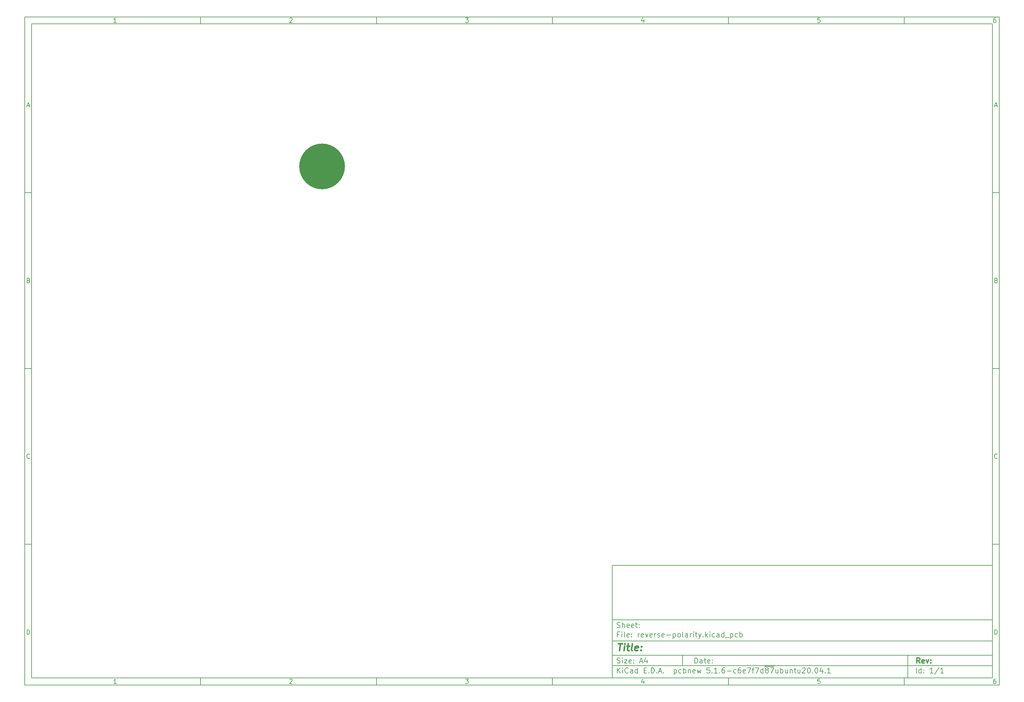
<source format=gbr>
G04 #@! TF.GenerationSoftware,KiCad,Pcbnew,5.1.6-c6e7f7d~87~ubuntu20.04.1*
G04 #@! TF.CreationDate,2020-08-16T01:07:54+02:00*
G04 #@! TF.ProjectId,reverse-polarity,72657665-7273-4652-9d70-6f6c61726974,rev?*
G04 #@! TF.SameCoordinates,Original*
G04 #@! TF.FileFunction,Paste,Bot*
G04 #@! TF.FilePolarity,Positive*
%FSLAX45Y45*%
G04 Gerber Fmt 4.5, Leading zero omitted, Abs format (unit mm)*
G04 Created by KiCad (PCBNEW 5.1.6-c6e7f7d~87~ubuntu20.04.1) date 2020-08-16 01:07:54*
%MOMM*%
%LPD*%
G01*
G04 APERTURE LIST*
%ADD10C,0.100000*%
%ADD11C,0.150000*%
%ADD12C,0.300000*%
%ADD13C,0.400000*%
%ADD14C,13.000000*%
G04 APERTURE END LIST*
D10*
D11*
X17700220Y-16600720D02*
X17700220Y-19800720D01*
X28500220Y-19800720D01*
X28500220Y-16600720D01*
X17700220Y-16600720D01*
D10*
D11*
X1000000Y-1000000D02*
X1000000Y-20000720D01*
X28700220Y-20000720D01*
X28700220Y-1000000D01*
X1000000Y-1000000D01*
D10*
D11*
X1200000Y-1200000D02*
X1200000Y-19800720D01*
X28500220Y-19800720D01*
X28500220Y-1200000D01*
X1200000Y-1200000D01*
D10*
D11*
X6000000Y-1200000D02*
X6000000Y-1000000D01*
D10*
D11*
X11000000Y-1200000D02*
X11000000Y-1000000D01*
D10*
D11*
X16000000Y-1200000D02*
X16000000Y-1000000D01*
D10*
D11*
X21000000Y-1200000D02*
X21000000Y-1000000D01*
D10*
D11*
X26000000Y-1200000D02*
X26000000Y-1000000D01*
D10*
D11*
X3606548Y-1158810D02*
X3532262Y-1158810D01*
X3569405Y-1158810D02*
X3569405Y-1028809D01*
X3557024Y-1047381D01*
X3544643Y-1059762D01*
X3532262Y-1065952D01*
D10*
D11*
X8532262Y-1041190D02*
X8538452Y-1035000D01*
X8550833Y-1028809D01*
X8581786Y-1028809D01*
X8594167Y-1035000D01*
X8600357Y-1041190D01*
X8606548Y-1053571D01*
X8606548Y-1065952D01*
X8600357Y-1084524D01*
X8526071Y-1158810D01*
X8606548Y-1158810D01*
D10*
D11*
X13526071Y-1028809D02*
X13606548Y-1028809D01*
X13563214Y-1078333D01*
X13581786Y-1078333D01*
X13594167Y-1084524D01*
X13600357Y-1090714D01*
X13606548Y-1103095D01*
X13606548Y-1134048D01*
X13600357Y-1146429D01*
X13594167Y-1152619D01*
X13581786Y-1158810D01*
X13544643Y-1158810D01*
X13532262Y-1152619D01*
X13526071Y-1146429D01*
D10*
D11*
X18594167Y-1072143D02*
X18594167Y-1158810D01*
X18563214Y-1022619D02*
X18532262Y-1115476D01*
X18612738Y-1115476D01*
D10*
D11*
X23600357Y-1028809D02*
X23538452Y-1028809D01*
X23532262Y-1090714D01*
X23538452Y-1084524D01*
X23550833Y-1078333D01*
X23581786Y-1078333D01*
X23594167Y-1084524D01*
X23600357Y-1090714D01*
X23606548Y-1103095D01*
X23606548Y-1134048D01*
X23600357Y-1146429D01*
X23594167Y-1152619D01*
X23581786Y-1158810D01*
X23550833Y-1158810D01*
X23538452Y-1152619D01*
X23532262Y-1146429D01*
D10*
D11*
X28594167Y-1028809D02*
X28569405Y-1028809D01*
X28557024Y-1035000D01*
X28550833Y-1041190D01*
X28538452Y-1059762D01*
X28532262Y-1084524D01*
X28532262Y-1134048D01*
X28538452Y-1146429D01*
X28544643Y-1152619D01*
X28557024Y-1158810D01*
X28581786Y-1158810D01*
X28594167Y-1152619D01*
X28600357Y-1146429D01*
X28606548Y-1134048D01*
X28606548Y-1103095D01*
X28600357Y-1090714D01*
X28594167Y-1084524D01*
X28581786Y-1078333D01*
X28557024Y-1078333D01*
X28544643Y-1084524D01*
X28538452Y-1090714D01*
X28532262Y-1103095D01*
D10*
D11*
X6000000Y-19800720D02*
X6000000Y-20000720D01*
D10*
D11*
X11000000Y-19800720D02*
X11000000Y-20000720D01*
D10*
D11*
X16000000Y-19800720D02*
X16000000Y-20000720D01*
D10*
D11*
X21000000Y-19800720D02*
X21000000Y-20000720D01*
D10*
D11*
X26000000Y-19800720D02*
X26000000Y-20000720D01*
D10*
D11*
X3606548Y-19959530D02*
X3532262Y-19959530D01*
X3569405Y-19959530D02*
X3569405Y-19829530D01*
X3557024Y-19848101D01*
X3544643Y-19860482D01*
X3532262Y-19866672D01*
D10*
D11*
X8532262Y-19841910D02*
X8538452Y-19835720D01*
X8550833Y-19829530D01*
X8581786Y-19829530D01*
X8594167Y-19835720D01*
X8600357Y-19841910D01*
X8606548Y-19854291D01*
X8606548Y-19866672D01*
X8600357Y-19885244D01*
X8526071Y-19959530D01*
X8606548Y-19959530D01*
D10*
D11*
X13526071Y-19829530D02*
X13606548Y-19829530D01*
X13563214Y-19879053D01*
X13581786Y-19879053D01*
X13594167Y-19885244D01*
X13600357Y-19891434D01*
X13606548Y-19903815D01*
X13606548Y-19934768D01*
X13600357Y-19947149D01*
X13594167Y-19953339D01*
X13581786Y-19959530D01*
X13544643Y-19959530D01*
X13532262Y-19953339D01*
X13526071Y-19947149D01*
D10*
D11*
X18594167Y-19872863D02*
X18594167Y-19959530D01*
X18563214Y-19823339D02*
X18532262Y-19916196D01*
X18612738Y-19916196D01*
D10*
D11*
X23600357Y-19829530D02*
X23538452Y-19829530D01*
X23532262Y-19891434D01*
X23538452Y-19885244D01*
X23550833Y-19879053D01*
X23581786Y-19879053D01*
X23594167Y-19885244D01*
X23600357Y-19891434D01*
X23606548Y-19903815D01*
X23606548Y-19934768D01*
X23600357Y-19947149D01*
X23594167Y-19953339D01*
X23581786Y-19959530D01*
X23550833Y-19959530D01*
X23538452Y-19953339D01*
X23532262Y-19947149D01*
D10*
D11*
X28594167Y-19829530D02*
X28569405Y-19829530D01*
X28557024Y-19835720D01*
X28550833Y-19841910D01*
X28538452Y-19860482D01*
X28532262Y-19885244D01*
X28532262Y-19934768D01*
X28538452Y-19947149D01*
X28544643Y-19953339D01*
X28557024Y-19959530D01*
X28581786Y-19959530D01*
X28594167Y-19953339D01*
X28600357Y-19947149D01*
X28606548Y-19934768D01*
X28606548Y-19903815D01*
X28600357Y-19891434D01*
X28594167Y-19885244D01*
X28581786Y-19879053D01*
X28557024Y-19879053D01*
X28544643Y-19885244D01*
X28538452Y-19891434D01*
X28532262Y-19903815D01*
D10*
D11*
X1000000Y-6000000D02*
X1200000Y-6000000D01*
D10*
D11*
X1000000Y-11000000D02*
X1200000Y-11000000D01*
D10*
D11*
X1000000Y-16000000D02*
X1200000Y-16000000D01*
D10*
D11*
X1069048Y-3521667D02*
X1130952Y-3521667D01*
X1056667Y-3558809D02*
X1100000Y-3428809D01*
X1143333Y-3558809D01*
D10*
D11*
X1109286Y-8490714D02*
X1127857Y-8496905D01*
X1134048Y-8503095D01*
X1140238Y-8515476D01*
X1140238Y-8534048D01*
X1134048Y-8546429D01*
X1127857Y-8552619D01*
X1115476Y-8558810D01*
X1065952Y-8558810D01*
X1065952Y-8428810D01*
X1109286Y-8428810D01*
X1121667Y-8435000D01*
X1127857Y-8441190D01*
X1134048Y-8453571D01*
X1134048Y-8465952D01*
X1127857Y-8478333D01*
X1121667Y-8484524D01*
X1109286Y-8490714D01*
X1065952Y-8490714D01*
D10*
D11*
X1140238Y-13546428D02*
X1134048Y-13552619D01*
X1115476Y-13558809D01*
X1103095Y-13558809D01*
X1084524Y-13552619D01*
X1072143Y-13540238D01*
X1065952Y-13527857D01*
X1059762Y-13503095D01*
X1059762Y-13484524D01*
X1065952Y-13459762D01*
X1072143Y-13447381D01*
X1084524Y-13435000D01*
X1103095Y-13428809D01*
X1115476Y-13428809D01*
X1134048Y-13435000D01*
X1140238Y-13441190D01*
D10*
D11*
X1065952Y-18558810D02*
X1065952Y-18428810D01*
X1096905Y-18428810D01*
X1115476Y-18435000D01*
X1127857Y-18447381D01*
X1134048Y-18459762D01*
X1140238Y-18484524D01*
X1140238Y-18503095D01*
X1134048Y-18527857D01*
X1127857Y-18540238D01*
X1115476Y-18552619D01*
X1096905Y-18558810D01*
X1065952Y-18558810D01*
D10*
D11*
X28700220Y-6000000D02*
X28500220Y-6000000D01*
D10*
D11*
X28700220Y-11000000D02*
X28500220Y-11000000D01*
D10*
D11*
X28700220Y-16000000D02*
X28500220Y-16000000D01*
D10*
D11*
X28569268Y-3521667D02*
X28631172Y-3521667D01*
X28556887Y-3558809D02*
X28600220Y-3428809D01*
X28643553Y-3558809D01*
D10*
D11*
X28609506Y-8490714D02*
X28628077Y-8496905D01*
X28634268Y-8503095D01*
X28640458Y-8515476D01*
X28640458Y-8534048D01*
X28634268Y-8546429D01*
X28628077Y-8552619D01*
X28615696Y-8558810D01*
X28566172Y-8558810D01*
X28566172Y-8428810D01*
X28609506Y-8428810D01*
X28621887Y-8435000D01*
X28628077Y-8441190D01*
X28634268Y-8453571D01*
X28634268Y-8465952D01*
X28628077Y-8478333D01*
X28621887Y-8484524D01*
X28609506Y-8490714D01*
X28566172Y-8490714D01*
D10*
D11*
X28640458Y-13546428D02*
X28634268Y-13552619D01*
X28615696Y-13558809D01*
X28603315Y-13558809D01*
X28584744Y-13552619D01*
X28572363Y-13540238D01*
X28566172Y-13527857D01*
X28559982Y-13503095D01*
X28559982Y-13484524D01*
X28566172Y-13459762D01*
X28572363Y-13447381D01*
X28584744Y-13435000D01*
X28603315Y-13428809D01*
X28615696Y-13428809D01*
X28634268Y-13435000D01*
X28640458Y-13441190D01*
D10*
D11*
X28566172Y-18558810D02*
X28566172Y-18428810D01*
X28597125Y-18428810D01*
X28615696Y-18435000D01*
X28628077Y-18447381D01*
X28634268Y-18459762D01*
X28640458Y-18484524D01*
X28640458Y-18503095D01*
X28634268Y-18527857D01*
X28628077Y-18540238D01*
X28615696Y-18552619D01*
X28597125Y-18558810D01*
X28566172Y-18558810D01*
D10*
D11*
X20043434Y-19378577D02*
X20043434Y-19228577D01*
X20079149Y-19228577D01*
X20100577Y-19235720D01*
X20114863Y-19250006D01*
X20122006Y-19264291D01*
X20129149Y-19292863D01*
X20129149Y-19314291D01*
X20122006Y-19342863D01*
X20114863Y-19357149D01*
X20100577Y-19371434D01*
X20079149Y-19378577D01*
X20043434Y-19378577D01*
X20257720Y-19378577D02*
X20257720Y-19300006D01*
X20250577Y-19285720D01*
X20236291Y-19278577D01*
X20207720Y-19278577D01*
X20193434Y-19285720D01*
X20257720Y-19371434D02*
X20243434Y-19378577D01*
X20207720Y-19378577D01*
X20193434Y-19371434D01*
X20186291Y-19357149D01*
X20186291Y-19342863D01*
X20193434Y-19328577D01*
X20207720Y-19321434D01*
X20243434Y-19321434D01*
X20257720Y-19314291D01*
X20307720Y-19278577D02*
X20364863Y-19278577D01*
X20329149Y-19228577D02*
X20329149Y-19357149D01*
X20336291Y-19371434D01*
X20350577Y-19378577D01*
X20364863Y-19378577D01*
X20472006Y-19371434D02*
X20457720Y-19378577D01*
X20429149Y-19378577D01*
X20414863Y-19371434D01*
X20407720Y-19357149D01*
X20407720Y-19300006D01*
X20414863Y-19285720D01*
X20429149Y-19278577D01*
X20457720Y-19278577D01*
X20472006Y-19285720D01*
X20479149Y-19300006D01*
X20479149Y-19314291D01*
X20407720Y-19328577D01*
X20543434Y-19364291D02*
X20550577Y-19371434D01*
X20543434Y-19378577D01*
X20536291Y-19371434D01*
X20543434Y-19364291D01*
X20543434Y-19378577D01*
X20543434Y-19285720D02*
X20550577Y-19292863D01*
X20543434Y-19300006D01*
X20536291Y-19292863D01*
X20543434Y-19285720D01*
X20543434Y-19300006D01*
D10*
D11*
X17700220Y-19450720D02*
X28500220Y-19450720D01*
D10*
D11*
X17843434Y-19658577D02*
X17843434Y-19508577D01*
X17929149Y-19658577D02*
X17864863Y-19572863D01*
X17929149Y-19508577D02*
X17843434Y-19594291D01*
X17993434Y-19658577D02*
X17993434Y-19558577D01*
X17993434Y-19508577D02*
X17986291Y-19515720D01*
X17993434Y-19522863D01*
X18000577Y-19515720D01*
X17993434Y-19508577D01*
X17993434Y-19522863D01*
X18150577Y-19644291D02*
X18143434Y-19651434D01*
X18122006Y-19658577D01*
X18107720Y-19658577D01*
X18086291Y-19651434D01*
X18072006Y-19637149D01*
X18064863Y-19622863D01*
X18057720Y-19594291D01*
X18057720Y-19572863D01*
X18064863Y-19544291D01*
X18072006Y-19530006D01*
X18086291Y-19515720D01*
X18107720Y-19508577D01*
X18122006Y-19508577D01*
X18143434Y-19515720D01*
X18150577Y-19522863D01*
X18279149Y-19658577D02*
X18279149Y-19580006D01*
X18272006Y-19565720D01*
X18257720Y-19558577D01*
X18229149Y-19558577D01*
X18214863Y-19565720D01*
X18279149Y-19651434D02*
X18264863Y-19658577D01*
X18229149Y-19658577D01*
X18214863Y-19651434D01*
X18207720Y-19637149D01*
X18207720Y-19622863D01*
X18214863Y-19608577D01*
X18229149Y-19601434D01*
X18264863Y-19601434D01*
X18279149Y-19594291D01*
X18414863Y-19658577D02*
X18414863Y-19508577D01*
X18414863Y-19651434D02*
X18400577Y-19658577D01*
X18372006Y-19658577D01*
X18357720Y-19651434D01*
X18350577Y-19644291D01*
X18343434Y-19630006D01*
X18343434Y-19587149D01*
X18350577Y-19572863D01*
X18357720Y-19565720D01*
X18372006Y-19558577D01*
X18400577Y-19558577D01*
X18414863Y-19565720D01*
X18600577Y-19580006D02*
X18650577Y-19580006D01*
X18672006Y-19658577D02*
X18600577Y-19658577D01*
X18600577Y-19508577D01*
X18672006Y-19508577D01*
X18736291Y-19644291D02*
X18743434Y-19651434D01*
X18736291Y-19658577D01*
X18729149Y-19651434D01*
X18736291Y-19644291D01*
X18736291Y-19658577D01*
X18807720Y-19658577D02*
X18807720Y-19508577D01*
X18843434Y-19508577D01*
X18864863Y-19515720D01*
X18879149Y-19530006D01*
X18886291Y-19544291D01*
X18893434Y-19572863D01*
X18893434Y-19594291D01*
X18886291Y-19622863D01*
X18879149Y-19637149D01*
X18864863Y-19651434D01*
X18843434Y-19658577D01*
X18807720Y-19658577D01*
X18957720Y-19644291D02*
X18964863Y-19651434D01*
X18957720Y-19658577D01*
X18950577Y-19651434D01*
X18957720Y-19644291D01*
X18957720Y-19658577D01*
X19022006Y-19615720D02*
X19093434Y-19615720D01*
X19007720Y-19658577D02*
X19057720Y-19508577D01*
X19107720Y-19658577D01*
X19157720Y-19644291D02*
X19164863Y-19651434D01*
X19157720Y-19658577D01*
X19150577Y-19651434D01*
X19157720Y-19644291D01*
X19157720Y-19658577D01*
X19457720Y-19558577D02*
X19457720Y-19708577D01*
X19457720Y-19565720D02*
X19472006Y-19558577D01*
X19500577Y-19558577D01*
X19514863Y-19565720D01*
X19522006Y-19572863D01*
X19529149Y-19587149D01*
X19529149Y-19630006D01*
X19522006Y-19644291D01*
X19514863Y-19651434D01*
X19500577Y-19658577D01*
X19472006Y-19658577D01*
X19457720Y-19651434D01*
X19657720Y-19651434D02*
X19643434Y-19658577D01*
X19614863Y-19658577D01*
X19600577Y-19651434D01*
X19593434Y-19644291D01*
X19586291Y-19630006D01*
X19586291Y-19587149D01*
X19593434Y-19572863D01*
X19600577Y-19565720D01*
X19614863Y-19558577D01*
X19643434Y-19558577D01*
X19657720Y-19565720D01*
X19722006Y-19658577D02*
X19722006Y-19508577D01*
X19722006Y-19565720D02*
X19736291Y-19558577D01*
X19764863Y-19558577D01*
X19779149Y-19565720D01*
X19786291Y-19572863D01*
X19793434Y-19587149D01*
X19793434Y-19630006D01*
X19786291Y-19644291D01*
X19779149Y-19651434D01*
X19764863Y-19658577D01*
X19736291Y-19658577D01*
X19722006Y-19651434D01*
X19857720Y-19558577D02*
X19857720Y-19658577D01*
X19857720Y-19572863D02*
X19864863Y-19565720D01*
X19879149Y-19558577D01*
X19900577Y-19558577D01*
X19914863Y-19565720D01*
X19922006Y-19580006D01*
X19922006Y-19658577D01*
X20050577Y-19651434D02*
X20036291Y-19658577D01*
X20007720Y-19658577D01*
X19993434Y-19651434D01*
X19986291Y-19637149D01*
X19986291Y-19580006D01*
X19993434Y-19565720D01*
X20007720Y-19558577D01*
X20036291Y-19558577D01*
X20050577Y-19565720D01*
X20057720Y-19580006D01*
X20057720Y-19594291D01*
X19986291Y-19608577D01*
X20107720Y-19558577D02*
X20136291Y-19658577D01*
X20164863Y-19587149D01*
X20193434Y-19658577D01*
X20222006Y-19558577D01*
X20464863Y-19508577D02*
X20393434Y-19508577D01*
X20386291Y-19580006D01*
X20393434Y-19572863D01*
X20407720Y-19565720D01*
X20443434Y-19565720D01*
X20457720Y-19572863D01*
X20464863Y-19580006D01*
X20472006Y-19594291D01*
X20472006Y-19630006D01*
X20464863Y-19644291D01*
X20457720Y-19651434D01*
X20443434Y-19658577D01*
X20407720Y-19658577D01*
X20393434Y-19651434D01*
X20386291Y-19644291D01*
X20536291Y-19644291D02*
X20543434Y-19651434D01*
X20536291Y-19658577D01*
X20529149Y-19651434D01*
X20536291Y-19644291D01*
X20536291Y-19658577D01*
X20686291Y-19658577D02*
X20600577Y-19658577D01*
X20643434Y-19658577D02*
X20643434Y-19508577D01*
X20629149Y-19530006D01*
X20614863Y-19544291D01*
X20600577Y-19551434D01*
X20750577Y-19644291D02*
X20757720Y-19651434D01*
X20750577Y-19658577D01*
X20743434Y-19651434D01*
X20750577Y-19644291D01*
X20750577Y-19658577D01*
X20886291Y-19508577D02*
X20857720Y-19508577D01*
X20843434Y-19515720D01*
X20836291Y-19522863D01*
X20822006Y-19544291D01*
X20814863Y-19572863D01*
X20814863Y-19630006D01*
X20822006Y-19644291D01*
X20829149Y-19651434D01*
X20843434Y-19658577D01*
X20872006Y-19658577D01*
X20886291Y-19651434D01*
X20893434Y-19644291D01*
X20900577Y-19630006D01*
X20900577Y-19594291D01*
X20893434Y-19580006D01*
X20886291Y-19572863D01*
X20872006Y-19565720D01*
X20843434Y-19565720D01*
X20829149Y-19572863D01*
X20822006Y-19580006D01*
X20814863Y-19594291D01*
X20964863Y-19601434D02*
X21079149Y-19601434D01*
X21214863Y-19651434D02*
X21200577Y-19658577D01*
X21172006Y-19658577D01*
X21157720Y-19651434D01*
X21150577Y-19644291D01*
X21143434Y-19630006D01*
X21143434Y-19587149D01*
X21150577Y-19572863D01*
X21157720Y-19565720D01*
X21172006Y-19558577D01*
X21200577Y-19558577D01*
X21214863Y-19565720D01*
X21343434Y-19508577D02*
X21314863Y-19508577D01*
X21300577Y-19515720D01*
X21293434Y-19522863D01*
X21279149Y-19544291D01*
X21272006Y-19572863D01*
X21272006Y-19630006D01*
X21279149Y-19644291D01*
X21286291Y-19651434D01*
X21300577Y-19658577D01*
X21329149Y-19658577D01*
X21343434Y-19651434D01*
X21350577Y-19644291D01*
X21357720Y-19630006D01*
X21357720Y-19594291D01*
X21350577Y-19580006D01*
X21343434Y-19572863D01*
X21329149Y-19565720D01*
X21300577Y-19565720D01*
X21286291Y-19572863D01*
X21279149Y-19580006D01*
X21272006Y-19594291D01*
X21479149Y-19651434D02*
X21464863Y-19658577D01*
X21436291Y-19658577D01*
X21422006Y-19651434D01*
X21414863Y-19637149D01*
X21414863Y-19580006D01*
X21422006Y-19565720D01*
X21436291Y-19558577D01*
X21464863Y-19558577D01*
X21479149Y-19565720D01*
X21486291Y-19580006D01*
X21486291Y-19594291D01*
X21414863Y-19608577D01*
X21536291Y-19508577D02*
X21636291Y-19508577D01*
X21572006Y-19658577D01*
X21672006Y-19558577D02*
X21729149Y-19558577D01*
X21693434Y-19658577D02*
X21693434Y-19530006D01*
X21700577Y-19515720D01*
X21714863Y-19508577D01*
X21729149Y-19508577D01*
X21764863Y-19508577D02*
X21864863Y-19508577D01*
X21800577Y-19658577D01*
X21986291Y-19658577D02*
X21986291Y-19508577D01*
X21986291Y-19651434D02*
X21972006Y-19658577D01*
X21943434Y-19658577D01*
X21929149Y-19651434D01*
X21922006Y-19644291D01*
X21914863Y-19630006D01*
X21914863Y-19587149D01*
X21922006Y-19572863D01*
X21929149Y-19565720D01*
X21943434Y-19558577D01*
X21972006Y-19558577D01*
X21986291Y-19565720D01*
X22022006Y-19467720D02*
X22164863Y-19467720D01*
X22079149Y-19572863D02*
X22064863Y-19565720D01*
X22057720Y-19558577D01*
X22050577Y-19544291D01*
X22050577Y-19537149D01*
X22057720Y-19522863D01*
X22064863Y-19515720D01*
X22079149Y-19508577D01*
X22107720Y-19508577D01*
X22122006Y-19515720D01*
X22129149Y-19522863D01*
X22136291Y-19537149D01*
X22136291Y-19544291D01*
X22129149Y-19558577D01*
X22122006Y-19565720D01*
X22107720Y-19572863D01*
X22079149Y-19572863D01*
X22064863Y-19580006D01*
X22057720Y-19587149D01*
X22050577Y-19601434D01*
X22050577Y-19630006D01*
X22057720Y-19644291D01*
X22064863Y-19651434D01*
X22079149Y-19658577D01*
X22107720Y-19658577D01*
X22122006Y-19651434D01*
X22129149Y-19644291D01*
X22136291Y-19630006D01*
X22136291Y-19601434D01*
X22129149Y-19587149D01*
X22122006Y-19580006D01*
X22107720Y-19572863D01*
X22164863Y-19467720D02*
X22307720Y-19467720D01*
X22186291Y-19508577D02*
X22286291Y-19508577D01*
X22222006Y-19658577D01*
X22407720Y-19558577D02*
X22407720Y-19658577D01*
X22343434Y-19558577D02*
X22343434Y-19637149D01*
X22350577Y-19651434D01*
X22364863Y-19658577D01*
X22386291Y-19658577D01*
X22400577Y-19651434D01*
X22407720Y-19644291D01*
X22479148Y-19658577D02*
X22479148Y-19508577D01*
X22479148Y-19565720D02*
X22493434Y-19558577D01*
X22522006Y-19558577D01*
X22536291Y-19565720D01*
X22543434Y-19572863D01*
X22550577Y-19587149D01*
X22550577Y-19630006D01*
X22543434Y-19644291D01*
X22536291Y-19651434D01*
X22522006Y-19658577D01*
X22493434Y-19658577D01*
X22479148Y-19651434D01*
X22679148Y-19558577D02*
X22679148Y-19658577D01*
X22614863Y-19558577D02*
X22614863Y-19637149D01*
X22622006Y-19651434D01*
X22636291Y-19658577D01*
X22657720Y-19658577D01*
X22672006Y-19651434D01*
X22679148Y-19644291D01*
X22750577Y-19558577D02*
X22750577Y-19658577D01*
X22750577Y-19572863D02*
X22757720Y-19565720D01*
X22772006Y-19558577D01*
X22793434Y-19558577D01*
X22807720Y-19565720D01*
X22814863Y-19580006D01*
X22814863Y-19658577D01*
X22864863Y-19558577D02*
X22922006Y-19558577D01*
X22886291Y-19508577D02*
X22886291Y-19637149D01*
X22893434Y-19651434D01*
X22907720Y-19658577D01*
X22922006Y-19658577D01*
X23036291Y-19558577D02*
X23036291Y-19658577D01*
X22972006Y-19558577D02*
X22972006Y-19637149D01*
X22979148Y-19651434D01*
X22993434Y-19658577D01*
X23014863Y-19658577D01*
X23029148Y-19651434D01*
X23036291Y-19644291D01*
X23100577Y-19522863D02*
X23107720Y-19515720D01*
X23122006Y-19508577D01*
X23157720Y-19508577D01*
X23172006Y-19515720D01*
X23179148Y-19522863D01*
X23186291Y-19537149D01*
X23186291Y-19551434D01*
X23179148Y-19572863D01*
X23093434Y-19658577D01*
X23186291Y-19658577D01*
X23279148Y-19508577D02*
X23293434Y-19508577D01*
X23307720Y-19515720D01*
X23314863Y-19522863D01*
X23322006Y-19537149D01*
X23329148Y-19565720D01*
X23329148Y-19601434D01*
X23322006Y-19630006D01*
X23314863Y-19644291D01*
X23307720Y-19651434D01*
X23293434Y-19658577D01*
X23279148Y-19658577D01*
X23264863Y-19651434D01*
X23257720Y-19644291D01*
X23250577Y-19630006D01*
X23243434Y-19601434D01*
X23243434Y-19565720D01*
X23250577Y-19537149D01*
X23257720Y-19522863D01*
X23264863Y-19515720D01*
X23279148Y-19508577D01*
X23393434Y-19644291D02*
X23400577Y-19651434D01*
X23393434Y-19658577D01*
X23386291Y-19651434D01*
X23393434Y-19644291D01*
X23393434Y-19658577D01*
X23493434Y-19508577D02*
X23507720Y-19508577D01*
X23522006Y-19515720D01*
X23529148Y-19522863D01*
X23536291Y-19537149D01*
X23543434Y-19565720D01*
X23543434Y-19601434D01*
X23536291Y-19630006D01*
X23529148Y-19644291D01*
X23522006Y-19651434D01*
X23507720Y-19658577D01*
X23493434Y-19658577D01*
X23479148Y-19651434D01*
X23472006Y-19644291D01*
X23464863Y-19630006D01*
X23457720Y-19601434D01*
X23457720Y-19565720D01*
X23464863Y-19537149D01*
X23472006Y-19522863D01*
X23479148Y-19515720D01*
X23493434Y-19508577D01*
X23672006Y-19558577D02*
X23672006Y-19658577D01*
X23636291Y-19501434D02*
X23600577Y-19608577D01*
X23693434Y-19608577D01*
X23750577Y-19644291D02*
X23757720Y-19651434D01*
X23750577Y-19658577D01*
X23743434Y-19651434D01*
X23750577Y-19644291D01*
X23750577Y-19658577D01*
X23900577Y-19658577D02*
X23814863Y-19658577D01*
X23857720Y-19658577D02*
X23857720Y-19508577D01*
X23843434Y-19530006D01*
X23829148Y-19544291D01*
X23814863Y-19551434D01*
D10*
D11*
X17700220Y-19150720D02*
X28500220Y-19150720D01*
D10*
D12*
X26441148Y-19378577D02*
X26391148Y-19307149D01*
X26355434Y-19378577D02*
X26355434Y-19228577D01*
X26412577Y-19228577D01*
X26426863Y-19235720D01*
X26434006Y-19242863D01*
X26441148Y-19257149D01*
X26441148Y-19278577D01*
X26434006Y-19292863D01*
X26426863Y-19300006D01*
X26412577Y-19307149D01*
X26355434Y-19307149D01*
X26562577Y-19371434D02*
X26548291Y-19378577D01*
X26519720Y-19378577D01*
X26505434Y-19371434D01*
X26498291Y-19357149D01*
X26498291Y-19300006D01*
X26505434Y-19285720D01*
X26519720Y-19278577D01*
X26548291Y-19278577D01*
X26562577Y-19285720D01*
X26569720Y-19300006D01*
X26569720Y-19314291D01*
X26498291Y-19328577D01*
X26619720Y-19278577D02*
X26655434Y-19378577D01*
X26691148Y-19278577D01*
X26748291Y-19364291D02*
X26755434Y-19371434D01*
X26748291Y-19378577D01*
X26741148Y-19371434D01*
X26748291Y-19364291D01*
X26748291Y-19378577D01*
X26748291Y-19285720D02*
X26755434Y-19292863D01*
X26748291Y-19300006D01*
X26741148Y-19292863D01*
X26748291Y-19285720D01*
X26748291Y-19300006D01*
D10*
D11*
X17836291Y-19371434D02*
X17857720Y-19378577D01*
X17893434Y-19378577D01*
X17907720Y-19371434D01*
X17914863Y-19364291D01*
X17922006Y-19350006D01*
X17922006Y-19335720D01*
X17914863Y-19321434D01*
X17907720Y-19314291D01*
X17893434Y-19307149D01*
X17864863Y-19300006D01*
X17850577Y-19292863D01*
X17843434Y-19285720D01*
X17836291Y-19271434D01*
X17836291Y-19257149D01*
X17843434Y-19242863D01*
X17850577Y-19235720D01*
X17864863Y-19228577D01*
X17900577Y-19228577D01*
X17922006Y-19235720D01*
X17986291Y-19378577D02*
X17986291Y-19278577D01*
X17986291Y-19228577D02*
X17979149Y-19235720D01*
X17986291Y-19242863D01*
X17993434Y-19235720D01*
X17986291Y-19228577D01*
X17986291Y-19242863D01*
X18043434Y-19278577D02*
X18122006Y-19278577D01*
X18043434Y-19378577D01*
X18122006Y-19378577D01*
X18236291Y-19371434D02*
X18222006Y-19378577D01*
X18193434Y-19378577D01*
X18179149Y-19371434D01*
X18172006Y-19357149D01*
X18172006Y-19300006D01*
X18179149Y-19285720D01*
X18193434Y-19278577D01*
X18222006Y-19278577D01*
X18236291Y-19285720D01*
X18243434Y-19300006D01*
X18243434Y-19314291D01*
X18172006Y-19328577D01*
X18307720Y-19364291D02*
X18314863Y-19371434D01*
X18307720Y-19378577D01*
X18300577Y-19371434D01*
X18307720Y-19364291D01*
X18307720Y-19378577D01*
X18307720Y-19285720D02*
X18314863Y-19292863D01*
X18307720Y-19300006D01*
X18300577Y-19292863D01*
X18307720Y-19285720D01*
X18307720Y-19300006D01*
X18486291Y-19335720D02*
X18557720Y-19335720D01*
X18472006Y-19378577D02*
X18522006Y-19228577D01*
X18572006Y-19378577D01*
X18686291Y-19278577D02*
X18686291Y-19378577D01*
X18650577Y-19221434D02*
X18614863Y-19328577D01*
X18707720Y-19328577D01*
D10*
D11*
X26343434Y-19658577D02*
X26343434Y-19508577D01*
X26479148Y-19658577D02*
X26479148Y-19508577D01*
X26479148Y-19651434D02*
X26464863Y-19658577D01*
X26436291Y-19658577D01*
X26422006Y-19651434D01*
X26414863Y-19644291D01*
X26407720Y-19630006D01*
X26407720Y-19587149D01*
X26414863Y-19572863D01*
X26422006Y-19565720D01*
X26436291Y-19558577D01*
X26464863Y-19558577D01*
X26479148Y-19565720D01*
X26550577Y-19644291D02*
X26557720Y-19651434D01*
X26550577Y-19658577D01*
X26543434Y-19651434D01*
X26550577Y-19644291D01*
X26550577Y-19658577D01*
X26550577Y-19565720D02*
X26557720Y-19572863D01*
X26550577Y-19580006D01*
X26543434Y-19572863D01*
X26550577Y-19565720D01*
X26550577Y-19580006D01*
X26814863Y-19658577D02*
X26729148Y-19658577D01*
X26772006Y-19658577D02*
X26772006Y-19508577D01*
X26757720Y-19530006D01*
X26743434Y-19544291D01*
X26729148Y-19551434D01*
X26986291Y-19501434D02*
X26857720Y-19694291D01*
X27114863Y-19658577D02*
X27029148Y-19658577D01*
X27072006Y-19658577D02*
X27072006Y-19508577D01*
X27057720Y-19530006D01*
X27043434Y-19544291D01*
X27029148Y-19551434D01*
D10*
D11*
X17700220Y-18750720D02*
X28500220Y-18750720D01*
D10*
D13*
X17871458Y-18821196D02*
X17985744Y-18821196D01*
X17903601Y-19021196D02*
X17928601Y-18821196D01*
X18027410Y-19021196D02*
X18044077Y-18887863D01*
X18052410Y-18821196D02*
X18041696Y-18830720D01*
X18050030Y-18840244D01*
X18060744Y-18830720D01*
X18052410Y-18821196D01*
X18050030Y-18840244D01*
X18110744Y-18887863D02*
X18186934Y-18887863D01*
X18147649Y-18821196D02*
X18126220Y-18992625D01*
X18133363Y-19011672D01*
X18151220Y-19021196D01*
X18170268Y-19021196D01*
X18265506Y-19021196D02*
X18247649Y-19011672D01*
X18240506Y-18992625D01*
X18261934Y-18821196D01*
X18419077Y-19011672D02*
X18398839Y-19021196D01*
X18360744Y-19021196D01*
X18342887Y-19011672D01*
X18335744Y-18992625D01*
X18345268Y-18916434D01*
X18357172Y-18897387D01*
X18377410Y-18887863D01*
X18415506Y-18887863D01*
X18433363Y-18897387D01*
X18440506Y-18916434D01*
X18438125Y-18935482D01*
X18340506Y-18954530D01*
X18515506Y-19002149D02*
X18523839Y-19011672D01*
X18513125Y-19021196D01*
X18504791Y-19011672D01*
X18515506Y-19002149D01*
X18513125Y-19021196D01*
X18528601Y-18897387D02*
X18536934Y-18906910D01*
X18526220Y-18916434D01*
X18517887Y-18906910D01*
X18528601Y-18897387D01*
X18526220Y-18916434D01*
D10*
D11*
X17893434Y-18560006D02*
X17843434Y-18560006D01*
X17843434Y-18638577D02*
X17843434Y-18488577D01*
X17914863Y-18488577D01*
X17972006Y-18638577D02*
X17972006Y-18538577D01*
X17972006Y-18488577D02*
X17964863Y-18495720D01*
X17972006Y-18502863D01*
X17979149Y-18495720D01*
X17972006Y-18488577D01*
X17972006Y-18502863D01*
X18064863Y-18638577D02*
X18050577Y-18631434D01*
X18043434Y-18617149D01*
X18043434Y-18488577D01*
X18179149Y-18631434D02*
X18164863Y-18638577D01*
X18136291Y-18638577D01*
X18122006Y-18631434D01*
X18114863Y-18617149D01*
X18114863Y-18560006D01*
X18122006Y-18545720D01*
X18136291Y-18538577D01*
X18164863Y-18538577D01*
X18179149Y-18545720D01*
X18186291Y-18560006D01*
X18186291Y-18574291D01*
X18114863Y-18588577D01*
X18250577Y-18624291D02*
X18257720Y-18631434D01*
X18250577Y-18638577D01*
X18243434Y-18631434D01*
X18250577Y-18624291D01*
X18250577Y-18638577D01*
X18250577Y-18545720D02*
X18257720Y-18552863D01*
X18250577Y-18560006D01*
X18243434Y-18552863D01*
X18250577Y-18545720D01*
X18250577Y-18560006D01*
X18436291Y-18638577D02*
X18436291Y-18538577D01*
X18436291Y-18567149D02*
X18443434Y-18552863D01*
X18450577Y-18545720D01*
X18464863Y-18538577D01*
X18479149Y-18538577D01*
X18586291Y-18631434D02*
X18572006Y-18638577D01*
X18543434Y-18638577D01*
X18529149Y-18631434D01*
X18522006Y-18617149D01*
X18522006Y-18560006D01*
X18529149Y-18545720D01*
X18543434Y-18538577D01*
X18572006Y-18538577D01*
X18586291Y-18545720D01*
X18593434Y-18560006D01*
X18593434Y-18574291D01*
X18522006Y-18588577D01*
X18643434Y-18538577D02*
X18679149Y-18638577D01*
X18714863Y-18538577D01*
X18829149Y-18631434D02*
X18814863Y-18638577D01*
X18786291Y-18638577D01*
X18772006Y-18631434D01*
X18764863Y-18617149D01*
X18764863Y-18560006D01*
X18772006Y-18545720D01*
X18786291Y-18538577D01*
X18814863Y-18538577D01*
X18829149Y-18545720D01*
X18836291Y-18560006D01*
X18836291Y-18574291D01*
X18764863Y-18588577D01*
X18900577Y-18638577D02*
X18900577Y-18538577D01*
X18900577Y-18567149D02*
X18907720Y-18552863D01*
X18914863Y-18545720D01*
X18929149Y-18538577D01*
X18943434Y-18538577D01*
X18986291Y-18631434D02*
X19000577Y-18638577D01*
X19029149Y-18638577D01*
X19043434Y-18631434D01*
X19050577Y-18617149D01*
X19050577Y-18610006D01*
X19043434Y-18595720D01*
X19029149Y-18588577D01*
X19007720Y-18588577D01*
X18993434Y-18581434D01*
X18986291Y-18567149D01*
X18986291Y-18560006D01*
X18993434Y-18545720D01*
X19007720Y-18538577D01*
X19029149Y-18538577D01*
X19043434Y-18545720D01*
X19172006Y-18631434D02*
X19157720Y-18638577D01*
X19129149Y-18638577D01*
X19114863Y-18631434D01*
X19107720Y-18617149D01*
X19107720Y-18560006D01*
X19114863Y-18545720D01*
X19129149Y-18538577D01*
X19157720Y-18538577D01*
X19172006Y-18545720D01*
X19179149Y-18560006D01*
X19179149Y-18574291D01*
X19107720Y-18588577D01*
X19243434Y-18581434D02*
X19357720Y-18581434D01*
X19429149Y-18538577D02*
X19429149Y-18688577D01*
X19429149Y-18545720D02*
X19443434Y-18538577D01*
X19472006Y-18538577D01*
X19486291Y-18545720D01*
X19493434Y-18552863D01*
X19500577Y-18567149D01*
X19500577Y-18610006D01*
X19493434Y-18624291D01*
X19486291Y-18631434D01*
X19472006Y-18638577D01*
X19443434Y-18638577D01*
X19429149Y-18631434D01*
X19586291Y-18638577D02*
X19572006Y-18631434D01*
X19564863Y-18624291D01*
X19557720Y-18610006D01*
X19557720Y-18567149D01*
X19564863Y-18552863D01*
X19572006Y-18545720D01*
X19586291Y-18538577D01*
X19607720Y-18538577D01*
X19622006Y-18545720D01*
X19629149Y-18552863D01*
X19636291Y-18567149D01*
X19636291Y-18610006D01*
X19629149Y-18624291D01*
X19622006Y-18631434D01*
X19607720Y-18638577D01*
X19586291Y-18638577D01*
X19722006Y-18638577D02*
X19707720Y-18631434D01*
X19700577Y-18617149D01*
X19700577Y-18488577D01*
X19843434Y-18638577D02*
X19843434Y-18560006D01*
X19836291Y-18545720D01*
X19822006Y-18538577D01*
X19793434Y-18538577D01*
X19779149Y-18545720D01*
X19843434Y-18631434D02*
X19829149Y-18638577D01*
X19793434Y-18638577D01*
X19779149Y-18631434D01*
X19772006Y-18617149D01*
X19772006Y-18602863D01*
X19779149Y-18588577D01*
X19793434Y-18581434D01*
X19829149Y-18581434D01*
X19843434Y-18574291D01*
X19914863Y-18638577D02*
X19914863Y-18538577D01*
X19914863Y-18567149D02*
X19922006Y-18552863D01*
X19929149Y-18545720D01*
X19943434Y-18538577D01*
X19957720Y-18538577D01*
X20007720Y-18638577D02*
X20007720Y-18538577D01*
X20007720Y-18488577D02*
X20000577Y-18495720D01*
X20007720Y-18502863D01*
X20014863Y-18495720D01*
X20007720Y-18488577D01*
X20007720Y-18502863D01*
X20057720Y-18538577D02*
X20114863Y-18538577D01*
X20079149Y-18488577D02*
X20079149Y-18617149D01*
X20086291Y-18631434D01*
X20100577Y-18638577D01*
X20114863Y-18638577D01*
X20150577Y-18538577D02*
X20186291Y-18638577D01*
X20222006Y-18538577D02*
X20186291Y-18638577D01*
X20172006Y-18674291D01*
X20164863Y-18681434D01*
X20150577Y-18688577D01*
X20279149Y-18624291D02*
X20286291Y-18631434D01*
X20279149Y-18638577D01*
X20272006Y-18631434D01*
X20279149Y-18624291D01*
X20279149Y-18638577D01*
X20350577Y-18638577D02*
X20350577Y-18488577D01*
X20364863Y-18581434D02*
X20407720Y-18638577D01*
X20407720Y-18538577D02*
X20350577Y-18595720D01*
X20472006Y-18638577D02*
X20472006Y-18538577D01*
X20472006Y-18488577D02*
X20464863Y-18495720D01*
X20472006Y-18502863D01*
X20479149Y-18495720D01*
X20472006Y-18488577D01*
X20472006Y-18502863D01*
X20607720Y-18631434D02*
X20593434Y-18638577D01*
X20564863Y-18638577D01*
X20550577Y-18631434D01*
X20543434Y-18624291D01*
X20536291Y-18610006D01*
X20536291Y-18567149D01*
X20543434Y-18552863D01*
X20550577Y-18545720D01*
X20564863Y-18538577D01*
X20593434Y-18538577D01*
X20607720Y-18545720D01*
X20736291Y-18638577D02*
X20736291Y-18560006D01*
X20729149Y-18545720D01*
X20714863Y-18538577D01*
X20686291Y-18538577D01*
X20672006Y-18545720D01*
X20736291Y-18631434D02*
X20722006Y-18638577D01*
X20686291Y-18638577D01*
X20672006Y-18631434D01*
X20664863Y-18617149D01*
X20664863Y-18602863D01*
X20672006Y-18588577D01*
X20686291Y-18581434D01*
X20722006Y-18581434D01*
X20736291Y-18574291D01*
X20872006Y-18638577D02*
X20872006Y-18488577D01*
X20872006Y-18631434D02*
X20857720Y-18638577D01*
X20829149Y-18638577D01*
X20814863Y-18631434D01*
X20807720Y-18624291D01*
X20800577Y-18610006D01*
X20800577Y-18567149D01*
X20807720Y-18552863D01*
X20814863Y-18545720D01*
X20829149Y-18538577D01*
X20857720Y-18538577D01*
X20872006Y-18545720D01*
X20907720Y-18652863D02*
X21022006Y-18652863D01*
X21057720Y-18538577D02*
X21057720Y-18688577D01*
X21057720Y-18545720D02*
X21072006Y-18538577D01*
X21100577Y-18538577D01*
X21114863Y-18545720D01*
X21122006Y-18552863D01*
X21129149Y-18567149D01*
X21129149Y-18610006D01*
X21122006Y-18624291D01*
X21114863Y-18631434D01*
X21100577Y-18638577D01*
X21072006Y-18638577D01*
X21057720Y-18631434D01*
X21257720Y-18631434D02*
X21243434Y-18638577D01*
X21214863Y-18638577D01*
X21200577Y-18631434D01*
X21193434Y-18624291D01*
X21186291Y-18610006D01*
X21186291Y-18567149D01*
X21193434Y-18552863D01*
X21200577Y-18545720D01*
X21214863Y-18538577D01*
X21243434Y-18538577D01*
X21257720Y-18545720D01*
X21322006Y-18638577D02*
X21322006Y-18488577D01*
X21322006Y-18545720D02*
X21336291Y-18538577D01*
X21364863Y-18538577D01*
X21379149Y-18545720D01*
X21386291Y-18552863D01*
X21393434Y-18567149D01*
X21393434Y-18610006D01*
X21386291Y-18624291D01*
X21379149Y-18631434D01*
X21364863Y-18638577D01*
X21336291Y-18638577D01*
X21322006Y-18631434D01*
D10*
D11*
X17700220Y-18150720D02*
X28500220Y-18150720D01*
D10*
D11*
X17836291Y-18361434D02*
X17857720Y-18368577D01*
X17893434Y-18368577D01*
X17907720Y-18361434D01*
X17914863Y-18354291D01*
X17922006Y-18340006D01*
X17922006Y-18325720D01*
X17914863Y-18311434D01*
X17907720Y-18304291D01*
X17893434Y-18297149D01*
X17864863Y-18290006D01*
X17850577Y-18282863D01*
X17843434Y-18275720D01*
X17836291Y-18261434D01*
X17836291Y-18247149D01*
X17843434Y-18232863D01*
X17850577Y-18225720D01*
X17864863Y-18218577D01*
X17900577Y-18218577D01*
X17922006Y-18225720D01*
X17986291Y-18368577D02*
X17986291Y-18218577D01*
X18050577Y-18368577D02*
X18050577Y-18290006D01*
X18043434Y-18275720D01*
X18029149Y-18268577D01*
X18007720Y-18268577D01*
X17993434Y-18275720D01*
X17986291Y-18282863D01*
X18179149Y-18361434D02*
X18164863Y-18368577D01*
X18136291Y-18368577D01*
X18122006Y-18361434D01*
X18114863Y-18347149D01*
X18114863Y-18290006D01*
X18122006Y-18275720D01*
X18136291Y-18268577D01*
X18164863Y-18268577D01*
X18179149Y-18275720D01*
X18186291Y-18290006D01*
X18186291Y-18304291D01*
X18114863Y-18318577D01*
X18307720Y-18361434D02*
X18293434Y-18368577D01*
X18264863Y-18368577D01*
X18250577Y-18361434D01*
X18243434Y-18347149D01*
X18243434Y-18290006D01*
X18250577Y-18275720D01*
X18264863Y-18268577D01*
X18293434Y-18268577D01*
X18307720Y-18275720D01*
X18314863Y-18290006D01*
X18314863Y-18304291D01*
X18243434Y-18318577D01*
X18357720Y-18268577D02*
X18414863Y-18268577D01*
X18379149Y-18218577D02*
X18379149Y-18347149D01*
X18386291Y-18361434D01*
X18400577Y-18368577D01*
X18414863Y-18368577D01*
X18464863Y-18354291D02*
X18472006Y-18361434D01*
X18464863Y-18368577D01*
X18457720Y-18361434D01*
X18464863Y-18354291D01*
X18464863Y-18368577D01*
X18464863Y-18275720D02*
X18472006Y-18282863D01*
X18464863Y-18290006D01*
X18457720Y-18282863D01*
X18464863Y-18275720D01*
X18464863Y-18290006D01*
D10*
D11*
X19700220Y-19150720D02*
X19700220Y-19450720D01*
D10*
D11*
X26100220Y-19150720D02*
X26100220Y-19800720D01*
D14*
X9450000Y-5250000D03*
M02*

</source>
